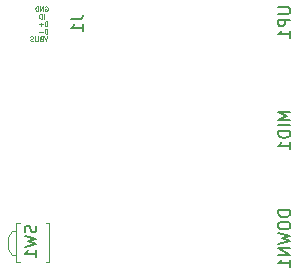
<source format=gbo>
G04 #@! TF.GenerationSoftware,KiCad,Pcbnew,(5.0.1)-4*
G04 #@! TF.CreationDate,2019-02-22T19:20:15-06:00*
G04 #@! TF.ProjectId,epoch,65706F63682E6B696361645F70636200,rev?*
G04 #@! TF.SameCoordinates,Original*
G04 #@! TF.FileFunction,Legend,Bot*
G04 #@! TF.FilePolarity,Positive*
%FSLAX46Y46*%
G04 Gerber Fmt 4.6, Leading zero omitted, Abs format (unit mm)*
G04 Created by KiCad (PCBNEW (5.0.1)-4) date 2/22/2019 7:20:15 PM*
%MOMM*%
%LPD*%
G01*
G04 APERTURE LIST*
%ADD10C,0.120000*%
%ADD11C,0.150000*%
%ADD12C,0.080000*%
G04 APERTURE END LIST*
D10*
G04 #@! TO.C,SW1*
X100516000Y-80780000D02*
X100896000Y-80280000D01*
X100896000Y-80280000D02*
X101216000Y-80280000D01*
X100516000Y-80780000D02*
X100516000Y-81780000D01*
X100516000Y-81780000D02*
X100896000Y-82280000D01*
X100896000Y-82280000D02*
X101216000Y-82280000D01*
X104016000Y-79630000D02*
X104016000Y-82930000D01*
X103716000Y-79630000D02*
X104016000Y-79630000D01*
X104016000Y-82930000D02*
X103716000Y-82930000D01*
X101516000Y-79630000D02*
X101216000Y-79630000D01*
X101216000Y-79630000D02*
X101216000Y-82930000D01*
X101216000Y-82930000D02*
X101516000Y-82930000D01*
G04 #@! TO.C,J1*
D11*
X105878380Y-62341166D02*
X106592666Y-62341166D01*
X106735523Y-62293547D01*
X106830761Y-62198309D01*
X106878380Y-62055452D01*
X106878380Y-61960214D01*
X106878380Y-63341166D02*
X106878380Y-62769738D01*
X106878380Y-63055452D02*
X105878380Y-63055452D01*
X106021238Y-62960214D01*
X106116476Y-62864976D01*
X106164095Y-62769738D01*
D12*
X103857333Y-63788952D02*
X103724000Y-64188952D01*
X103590666Y-63788952D01*
X103324000Y-63979428D02*
X103266857Y-63998476D01*
X103247809Y-64017523D01*
X103228761Y-64055619D01*
X103228761Y-64112761D01*
X103247809Y-64150857D01*
X103266857Y-64169904D01*
X103304952Y-64188952D01*
X103457333Y-64188952D01*
X103457333Y-63788952D01*
X103324000Y-63788952D01*
X103285904Y-63808000D01*
X103266857Y-63827047D01*
X103247809Y-63865142D01*
X103247809Y-63903238D01*
X103266857Y-63941333D01*
X103285904Y-63960380D01*
X103324000Y-63979428D01*
X103457333Y-63979428D01*
X103057333Y-63788952D02*
X103057333Y-64112761D01*
X103038285Y-64150857D01*
X103019238Y-64169904D01*
X102981142Y-64188952D01*
X102904952Y-64188952D01*
X102866857Y-64169904D01*
X102847809Y-64150857D01*
X102828761Y-64112761D01*
X102828761Y-63788952D01*
X102657333Y-64169904D02*
X102600190Y-64188952D01*
X102504952Y-64188952D01*
X102466857Y-64169904D01*
X102447809Y-64150857D01*
X102428761Y-64112761D01*
X102428761Y-64074666D01*
X102447809Y-64036571D01*
X102466857Y-64017523D01*
X102504952Y-63998476D01*
X102581142Y-63979428D01*
X102619238Y-63960380D01*
X102638285Y-63941333D01*
X102657333Y-63903238D01*
X102657333Y-63865142D01*
X102638285Y-63827047D01*
X102619238Y-63808000D01*
X102581142Y-63788952D01*
X102485904Y-63788952D01*
X102428761Y-63808000D01*
X103857380Y-63553952D02*
X103857380Y-63153952D01*
X103762142Y-63153952D01*
X103705000Y-63173000D01*
X103666904Y-63211095D01*
X103647857Y-63249190D01*
X103628809Y-63325380D01*
X103628809Y-63382523D01*
X103647857Y-63458714D01*
X103666904Y-63496809D01*
X103705000Y-63534904D01*
X103762142Y-63553952D01*
X103857380Y-63553952D01*
X103457380Y-63401571D02*
X103152619Y-63401571D01*
X103857380Y-62918952D02*
X103857380Y-62518952D01*
X103762142Y-62518952D01*
X103705000Y-62538000D01*
X103666904Y-62576095D01*
X103647857Y-62614190D01*
X103628809Y-62690380D01*
X103628809Y-62747523D01*
X103647857Y-62823714D01*
X103666904Y-62861809D01*
X103705000Y-62899904D01*
X103762142Y-62918952D01*
X103857380Y-62918952D01*
X103457380Y-62766571D02*
X103152619Y-62766571D01*
X103305000Y-62918952D02*
X103305000Y-62614190D01*
X103578000Y-62283952D02*
X103578000Y-61883952D01*
X103387523Y-62283952D02*
X103387523Y-61883952D01*
X103292285Y-61883952D01*
X103235142Y-61903000D01*
X103197047Y-61941095D01*
X103178000Y-61979190D01*
X103158952Y-62055380D01*
X103158952Y-62112523D01*
X103178000Y-62188714D01*
X103197047Y-62226809D01*
X103235142Y-62264904D01*
X103292285Y-62283952D01*
X103387523Y-62283952D01*
X103682761Y-61268000D02*
X103720857Y-61248952D01*
X103778000Y-61248952D01*
X103835142Y-61268000D01*
X103873238Y-61306095D01*
X103892285Y-61344190D01*
X103911333Y-61420380D01*
X103911333Y-61477523D01*
X103892285Y-61553714D01*
X103873238Y-61591809D01*
X103835142Y-61629904D01*
X103778000Y-61648952D01*
X103739904Y-61648952D01*
X103682761Y-61629904D01*
X103663714Y-61610857D01*
X103663714Y-61477523D01*
X103739904Y-61477523D01*
X103492285Y-61648952D02*
X103492285Y-61248952D01*
X103263714Y-61648952D01*
X103263714Y-61248952D01*
X103073238Y-61648952D02*
X103073238Y-61248952D01*
X102978000Y-61248952D01*
X102920857Y-61268000D01*
X102882761Y-61306095D01*
X102863714Y-61344190D01*
X102844666Y-61420380D01*
X102844666Y-61477523D01*
X102863714Y-61553714D01*
X102882761Y-61591809D01*
X102920857Y-61629904D01*
X102978000Y-61648952D01*
X103073238Y-61648952D01*
G04 #@! TO.C,SW1*
D11*
X102893761Y-79819666D02*
X102941380Y-79962523D01*
X102941380Y-80200619D01*
X102893761Y-80295857D01*
X102846142Y-80343476D01*
X102750904Y-80391095D01*
X102655666Y-80391095D01*
X102560428Y-80343476D01*
X102512809Y-80295857D01*
X102465190Y-80200619D01*
X102417571Y-80010142D01*
X102369952Y-79914904D01*
X102322333Y-79867285D01*
X102227095Y-79819666D01*
X102131857Y-79819666D01*
X102036619Y-79867285D01*
X101989000Y-79914904D01*
X101941380Y-80010142D01*
X101941380Y-80248238D01*
X101989000Y-80391095D01*
X101941380Y-80724428D02*
X102941380Y-80962523D01*
X102227095Y-81153000D01*
X102941380Y-81343476D01*
X101941380Y-81581571D01*
X102941380Y-82486333D02*
X102941380Y-81914904D01*
X102941380Y-82200619D02*
X101941380Y-82200619D01*
X102084238Y-82105380D01*
X102179476Y-82010142D01*
X102227095Y-81914904D01*
G04 #@! TO.C,DOWN1*
X124418380Y-78514857D02*
X123418380Y-78514857D01*
X123418380Y-78752952D01*
X123466000Y-78895809D01*
X123561238Y-78991047D01*
X123656476Y-79038666D01*
X123846952Y-79086285D01*
X123989809Y-79086285D01*
X124180285Y-79038666D01*
X124275523Y-78991047D01*
X124370761Y-78895809D01*
X124418380Y-78752952D01*
X124418380Y-78514857D01*
X123418380Y-79705333D02*
X123418380Y-79895809D01*
X123466000Y-79991047D01*
X123561238Y-80086285D01*
X123751714Y-80133904D01*
X124085047Y-80133904D01*
X124275523Y-80086285D01*
X124370761Y-79991047D01*
X124418380Y-79895809D01*
X124418380Y-79705333D01*
X124370761Y-79610095D01*
X124275523Y-79514857D01*
X124085047Y-79467238D01*
X123751714Y-79467238D01*
X123561238Y-79514857D01*
X123466000Y-79610095D01*
X123418380Y-79705333D01*
X123418380Y-80467238D02*
X124418380Y-80705333D01*
X123704095Y-80895809D01*
X124418380Y-81086285D01*
X123418380Y-81324380D01*
X124418380Y-81705333D02*
X123418380Y-81705333D01*
X124418380Y-82276761D01*
X123418380Y-82276761D01*
X124418380Y-83276761D02*
X124418380Y-82705333D01*
X124418380Y-82991047D02*
X123418380Y-82991047D01*
X123561238Y-82895809D01*
X123656476Y-82800571D01*
X123704095Y-82705333D01*
G04 #@! TO.C,MID1*
X124418380Y-70180380D02*
X123418380Y-70180380D01*
X124132666Y-70513714D01*
X123418380Y-70847047D01*
X124418380Y-70847047D01*
X124418380Y-71323238D02*
X123418380Y-71323238D01*
X124418380Y-71799428D02*
X123418380Y-71799428D01*
X123418380Y-72037523D01*
X123466000Y-72180380D01*
X123561238Y-72275619D01*
X123656476Y-72323238D01*
X123846952Y-72370857D01*
X123989809Y-72370857D01*
X124180285Y-72323238D01*
X124275523Y-72275619D01*
X124370761Y-72180380D01*
X124418380Y-72037523D01*
X124418380Y-71799428D01*
X124418380Y-73323238D02*
X124418380Y-72751809D01*
X124418380Y-73037523D02*
X123418380Y-73037523D01*
X123561238Y-72942285D01*
X123656476Y-72847047D01*
X123704095Y-72751809D01*
G04 #@! TO.C,UP1*
X123418380Y-61322095D02*
X124227904Y-61322095D01*
X124323142Y-61369714D01*
X124370761Y-61417333D01*
X124418380Y-61512571D01*
X124418380Y-61703047D01*
X124370761Y-61798285D01*
X124323142Y-61845904D01*
X124227904Y-61893523D01*
X123418380Y-61893523D01*
X124418380Y-62369714D02*
X123418380Y-62369714D01*
X123418380Y-62750666D01*
X123466000Y-62845904D01*
X123513619Y-62893523D01*
X123608857Y-62941142D01*
X123751714Y-62941142D01*
X123846952Y-62893523D01*
X123894571Y-62845904D01*
X123942190Y-62750666D01*
X123942190Y-62369714D01*
X124418380Y-63893523D02*
X124418380Y-63322095D01*
X124418380Y-63607809D02*
X123418380Y-63607809D01*
X123561238Y-63512571D01*
X123656476Y-63417333D01*
X123704095Y-63322095D01*
G04 #@! TD*
M02*

</source>
